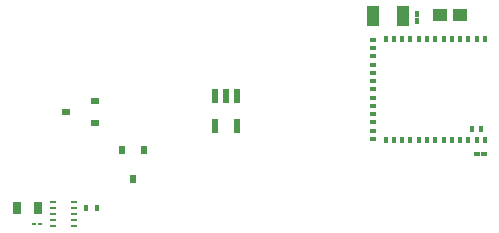
<source format=gtp>
G04*
G04 #@! TF.GenerationSoftware,Altium Limited,Altium Designer,25.4.2 (15)*
G04*
G04 Layer_Color=8421504*
%FSTAX24Y24*%
%MOIN*%
G70*
G04*
G04 #@! TF.SameCoordinates,F4185BB4-0936-4B88-B031-81E5C399A6D0*
G04*
G04*
G04 #@! TF.FilePolarity,Positive*
G04*
G01*
G75*
%ADD15R,0.0236X0.0098*%
%ADD16R,0.0138X0.0098*%
%ADD17R,0.0177X0.0236*%
%ADD18R,0.0315X0.0217*%
%ADD19R,0.0217X0.0315*%
%ADD20R,0.0188X0.0159*%
%ADD21R,0.0394X0.0709*%
%ADD22R,0.0159X0.0188*%
%ADD23R,0.0157X0.0197*%
%ADD24R,0.0197X0.0157*%
%ADD25R,0.0475X0.0417*%
%ADD26R,0.0236X0.0453*%
%ADD27R,0.0315X0.0413*%
%ADD28R,0.0236X0.0110*%
D15*
X035156Y027633D02*
D03*
X035864Y028224D02*
D03*
Y028027D02*
D03*
Y02783D02*
D03*
Y027633D02*
D03*
Y027436D02*
D03*
X035156Y02783D02*
D03*
Y028027D02*
D03*
Y027436D02*
D03*
D16*
X03475Y02749D02*
D03*
X034533D02*
D03*
D17*
X036276Y02803D02*
D03*
X03665D02*
D03*
D18*
X036572Y030856D02*
D03*
Y031604D02*
D03*
X035588Y03123D02*
D03*
D19*
X038204Y029972D02*
D03*
X037456D02*
D03*
X03783Y028988D02*
D03*
D20*
X0493Y02984D02*
D03*
X049547D02*
D03*
D21*
X04682Y03442D02*
D03*
X045836D02*
D03*
D22*
X0473Y034267D02*
D03*
Y034513D02*
D03*
D23*
X04681Y030317D02*
D03*
X047361D02*
D03*
X046534D02*
D03*
X049566Y033663D02*
D03*
X046258D02*
D03*
X04929D02*
D03*
X049132Y030671D02*
D03*
X04681Y033663D02*
D03*
X049014Y030317D02*
D03*
X048739D02*
D03*
Y033663D02*
D03*
X049014D02*
D03*
X046258Y030317D02*
D03*
X047636D02*
D03*
X047912D02*
D03*
X04929D02*
D03*
X049566D02*
D03*
X048463Y033663D02*
D03*
X048188D02*
D03*
X047912D02*
D03*
X047636D02*
D03*
X047361D02*
D03*
X047085D02*
D03*
Y030317D02*
D03*
X046534Y033663D02*
D03*
X048463Y030317D02*
D03*
X048188D02*
D03*
X049447Y030671D02*
D03*
D24*
X045845Y032817D02*
D03*
Y031439D02*
D03*
Y033644D02*
D03*
Y030336D02*
D03*
Y030888D02*
D03*
Y031163D02*
D03*
Y031714D02*
D03*
Y03199D02*
D03*
Y032266D02*
D03*
Y032541D02*
D03*
Y033092D02*
D03*
Y033368D02*
D03*
Y030612D02*
D03*
D25*
X048075Y03447D02*
D03*
X048725D02*
D03*
D26*
X041314Y031762D02*
D03*
X040566D02*
D03*
X041314Y030778D02*
D03*
X04094Y031762D02*
D03*
X040566Y030778D02*
D03*
D27*
X033956Y02802D02*
D03*
X034684D02*
D03*
D28*
X035156Y02823D02*
D03*
M02*

</source>
